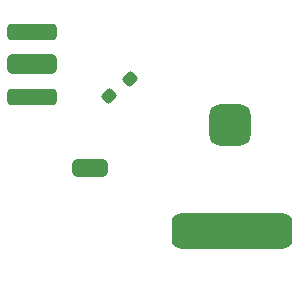
<source format=gtp>
G04 Layer_Color=8421504*
%FSLAX44Y44*%
%MOMM*%
G71*
G01*
G75*
G04:AMPARAMS|DCode=10|XSize=10.2mm|YSize=3mm|CornerRadius=0.75mm|HoleSize=0mm|Usage=FLASHONLY|Rotation=0.000|XOffset=0mm|YOffset=0mm|HoleType=Round|Shape=RoundedRectangle|*
%AMROUNDEDRECTD10*
21,1,10.2000,1.5000,0,0,0.0*
21,1,8.7000,3.0000,0,0,0.0*
1,1,1.5000,4.3500,-0.7500*
1,1,1.5000,-4.3500,-0.7500*
1,1,1.5000,-4.3500,0.7500*
1,1,1.5000,4.3500,0.7500*
%
%ADD10ROUNDEDRECTD10*%
G04:AMPARAMS|DCode=11|XSize=1.5mm|YSize=3mm|CornerRadius=0.375mm|HoleSize=0mm|Usage=FLASHONLY|Rotation=270.000|XOffset=0mm|YOffset=0mm|HoleType=Round|Shape=RoundedRectangle|*
%AMROUNDEDRECTD11*
21,1,1.5000,2.2500,0,0,270.0*
21,1,0.7500,3.0000,0,0,270.0*
1,1,0.7500,-1.1250,-0.3750*
1,1,0.7500,-1.1250,0.3750*
1,1,0.7500,1.1250,0.3750*
1,1,0.7500,1.1250,-0.3750*
%
%ADD11ROUNDEDRECTD11*%
G04:AMPARAMS|DCode=12|XSize=4.2mm|YSize=1.4mm|CornerRadius=0.35mm|HoleSize=0mm|Usage=FLASHONLY|Rotation=0.000|XOffset=0mm|YOffset=0mm|HoleType=Round|Shape=RoundedRectangle|*
%AMROUNDEDRECTD12*
21,1,4.2000,0.7000,0,0,0.0*
21,1,3.5000,1.4000,0,0,0.0*
1,1,0.7000,1.7500,-0.3500*
1,1,0.7000,-1.7500,-0.3500*
1,1,0.7000,-1.7500,0.3500*
1,1,0.7000,1.7500,0.3500*
%
%ADD12ROUNDEDRECTD12*%
G04:AMPARAMS|DCode=13|XSize=4.2mm|YSize=1.65mm|CornerRadius=0.4125mm|HoleSize=0mm|Usage=FLASHONLY|Rotation=0.000|XOffset=0mm|YOffset=0mm|HoleType=Round|Shape=RoundedRectangle|*
%AMROUNDEDRECTD13*
21,1,4.2000,0.8250,0,0,0.0*
21,1,3.3750,1.6500,0,0,0.0*
1,1,0.8250,1.6875,-0.4125*
1,1,0.8250,-1.6875,-0.4125*
1,1,0.8250,-1.6875,0.4125*
1,1,0.8250,1.6875,0.4125*
%
%ADD13ROUNDEDRECTD13*%
G04:AMPARAMS|DCode=14|XSize=1mm|YSize=1.1mm|CornerRadius=0.25mm|HoleSize=0mm|Usage=FLASHONLY|Rotation=315.000|XOffset=0mm|YOffset=0mm|HoleType=Round|Shape=RoundedRectangle|*
%AMROUNDEDRECTD14*
21,1,1.0000,0.6000,0,0,315.0*
21,1,0.5000,1.1000,0,0,315.0*
1,1,0.5000,-0.0353,-0.3889*
1,1,0.5000,-0.3889,-0.0353*
1,1,0.5000,0.0353,0.3889*
1,1,0.5000,0.3889,0.0353*
%
%ADD14ROUNDEDRECTD14*%
G04:AMPARAMS|DCode=15|XSize=3.5mm|YSize=3.5mm|CornerRadius=0.875mm|HoleSize=0mm|Usage=FLASHONLY|Rotation=0.000|XOffset=0mm|YOffset=0mm|HoleType=Round|Shape=RoundedRectangle|*
%AMROUNDEDRECTD15*
21,1,3.5000,1.7500,0,0,0.0*
21,1,1.7500,3.5000,0,0,0.0*
1,1,1.7500,0.8750,-0.8750*
1,1,1.7500,-0.8750,-0.8750*
1,1,1.7500,-0.8750,0.8750*
1,1,1.7500,0.8750,0.8750*
%
%ADD15ROUNDEDRECTD15*%
D10*
X190000Y95000D02*
D03*
D11*
X70000Y148000D02*
D03*
D12*
X21000Y208500D02*
D03*
Y263500D02*
D03*
D13*
Y236000D02*
D03*
D14*
X104000Y224000D02*
D03*
X86000Y209000D02*
D03*
D15*
X188000Y185000D02*
D03*
M02*

</source>
